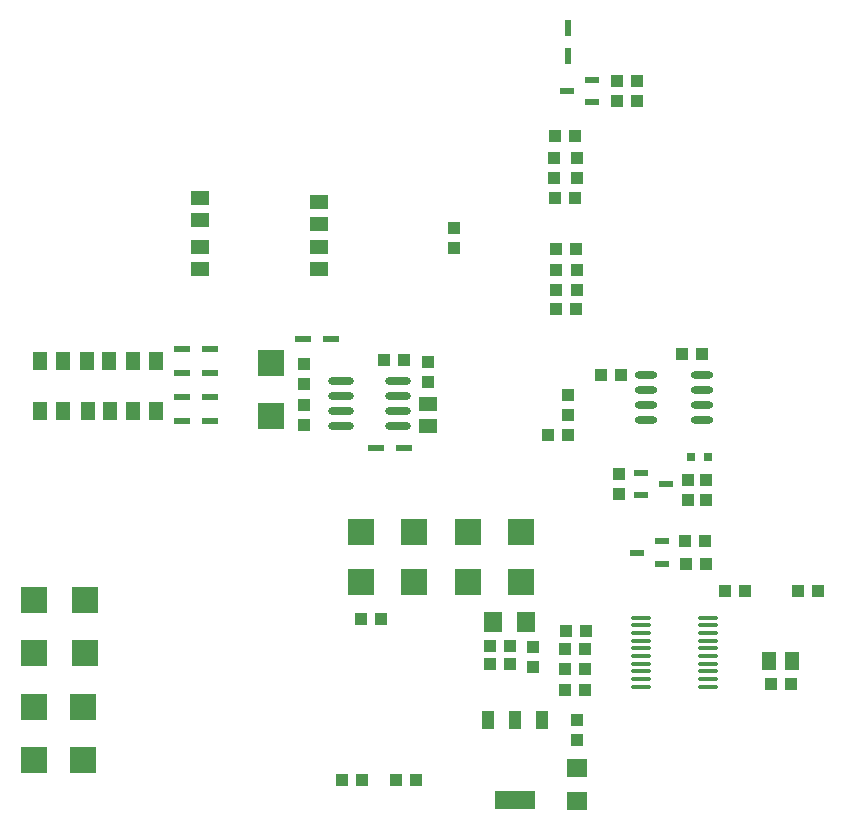
<source format=gtp>
%FSDAX24Y24*%
%MOIN*%
%SFA1B1*%

%IPPOS*%
%ADD11R,0.051200X0.023600*%
%ADD12R,0.031500X0.031500*%
%ADD13R,0.090600X0.090600*%
%ADD14R,0.039400X0.043300*%
%ADD15R,0.043300X0.039400*%
%ADD16R,0.021700X0.057100*%
%ADD17R,0.059100X0.051200*%
%ADD18R,0.051200X0.059100*%
%ADD19R,0.057100X0.021700*%
%ADD20R,0.090600X0.090600*%
%ADD21O,0.086600X0.023600*%
%ADD22R,0.063000X0.070900*%
%ADD23R,0.070900X0.063000*%
%ADD24R,0.043300X0.061000*%
%ADD25R,0.043300X0.061000*%
%ADD26R,0.135800X0.061000*%
%ADD27O,0.074800X0.023600*%
%ADD28O,0.070900X0.013800*%
%LNde-160724-1*%
%LPD*%
G54D11*
X037850Y025100D03*
Y025848D03*
X037023Y025474D03*
X037137Y028124D03*
Y027376D03*
X037963Y027750D03*
X035513Y040476D03*
Y041224D03*
X034687Y040850D03*
G54D12*
X039391Y028650D03*
X038800D03*
G54D13*
X016900Y022114D03*
Y023886D03*
X018600Y022114D03*
Y023886D03*
X024800Y031786D03*
Y030014D03*
X018550Y018564D03*
Y020336D03*
X016900Y018564D03*
Y020336D03*
G54D14*
X036350Y040515D03*
Y041185D03*
X037000Y040515D03*
Y041185D03*
X030050Y031165D03*
Y031835D03*
X025900Y030385D03*
Y029715D03*
Y031769D03*
Y031100D03*
X033550Y021665D03*
Y022335D03*
X035000Y019215D03*
Y019885D03*
Y038635D03*
Y037965D03*
X034250Y038635D03*
Y037965D03*
X034300Y034885D03*
Y034215D03*
X035000Y034885D03*
Y034215D03*
X030900Y036285D03*
Y035615D03*
X036400Y027415D03*
Y028085D03*
X039300Y027885D03*
Y027215D03*
X038700Y027885D03*
Y027215D03*
X034700Y030735D03*
Y030065D03*
G54D15*
X039950Y024200D03*
X040619D03*
X042365D03*
X043035D03*
X035285Y022250D03*
X034615D03*
X035285Y021600D03*
X034615D03*
X035300Y022850D03*
X034631D03*
X036485Y031400D03*
X035815D03*
X039185Y032100D03*
X038515D03*
X029235Y031900D03*
X028565D03*
X032115Y022350D03*
X032785D03*
X032115Y021750D03*
X032785D03*
X027815Y023250D03*
X028485D03*
X027835Y017900D03*
X027165D03*
X028965D03*
X029635D03*
X034935Y037300D03*
X034265D03*
X034935Y039350D03*
X034265D03*
X034985Y033600D03*
X034315D03*
X034985Y035600D03*
X034315D03*
X041465Y021100D03*
X042135D03*
X034615Y020900D03*
X035285D03*
X039285Y025850D03*
X038615D03*
X034700Y029400D03*
X034031D03*
X039319Y025100D03*
X038650D03*
G54D16*
X034700Y042037D03*
Y042963D03*
G54D17*
X022450Y037300D03*
Y036552D03*
X026400Y036426D03*
Y037174D03*
X030050Y029676D03*
Y030424D03*
X022450Y035674D03*
Y034926D03*
X026400D03*
Y035674D03*
G54D18*
X017126Y030200D03*
X017874D03*
X018700D03*
X019448D03*
X020226D03*
X020974D03*
X017126Y031850D03*
X017874D03*
X018676D03*
X019424D03*
X020226D03*
X020974D03*
X041426Y021850D03*
X042174D03*
G54D19*
X025887Y032600D03*
X026813D03*
X021837Y029850D03*
X022763D03*
X021837Y032250D03*
X022763D03*
Y031450D03*
X021837D03*
X022763Y030650D03*
X021837D03*
X028325Y028950D03*
X029250D03*
G54D20*
X033136Y024500D03*
X031364D03*
X033136Y026150D03*
X031364D03*
X029586Y024500D03*
X027814D03*
X029586Y026150D03*
X027814D03*
G54D21*
X027155Y031200D03*
Y030700D03*
Y030200D03*
Y029700D03*
X029045Y031200D03*
Y030700D03*
Y030200D03*
Y029700D03*
G54D22*
X033301Y023150D03*
X032199D03*
G54D23*
X035000Y018301D03*
Y017199D03*
G54D24*
X033856Y019879D03*
G54D25*
X032950Y019879D03*
X032044D03*
G54D26*
X032950Y017221D03*
G54D27*
X037325Y031400D03*
Y030900D03*
Y030400D03*
Y029900D03*
X039175Y031400D03*
Y030900D03*
Y030400D03*
Y029900D03*
G54D28*
X039372Y020998D03*
Y021254D03*
Y021510D03*
Y021766D03*
Y022022D03*
Y022278D03*
Y022534D03*
Y022790D03*
Y023046D03*
Y023302D03*
X037128Y020998D03*
Y021254D03*
Y021510D03*
Y021766D03*
Y022022D03*
Y022278D03*
Y022534D03*
Y022790D03*
Y023046D03*
Y023302D03*
M02*
</source>
